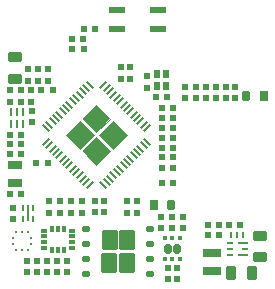
<source format=gtp>
%TF.GenerationSoftware,KiCad,Pcbnew,9.0.1*%
%TF.CreationDate,2025-12-15T21:38:02-06:00*%
%TF.ProjectId,ProtoCore_v1,50726f74-6f43-46f7-9265-5f76312e6b69,rev?*%
%TF.SameCoordinates,Original*%
%TF.FileFunction,Paste,Top*%
%TF.FilePolarity,Positive*%
%FSLAX46Y46*%
G04 Gerber Fmt 4.6, Leading zero omitted, Abs format (unit mm)*
G04 Created by KiCad (PCBNEW 9.0.1) date 2025-12-15 21:38:02*
%MOMM*%
%LPD*%
G01*
G04 APERTURE LIST*
G04 Aperture macros list*
%AMRoundRect*
0 Rectangle with rounded corners*
0 $1 Rounding radius*
0 $2 $3 $4 $5 $6 $7 $8 $9 X,Y pos of 4 corners*
0 Add a 4 corners polygon primitive as box body*
4,1,4,$2,$3,$4,$5,$6,$7,$8,$9,$2,$3,0*
0 Add four circle primitives for the rounded corners*
1,1,$1+$1,$2,$3*
1,1,$1+$1,$4,$5*
1,1,$1+$1,$6,$7*
1,1,$1+$1,$8,$9*
0 Add four rect primitives between the rounded corners*
20,1,$1+$1,$2,$3,$4,$5,0*
20,1,$1+$1,$4,$5,$6,$7,0*
20,1,$1+$1,$6,$7,$8,$9,0*
20,1,$1+$1,$8,$9,$2,$3,0*%
%AMRotRect*
0 Rectangle, with rotation*
0 The origin of the aperture is its center*
0 $1 length*
0 $2 width*
0 $3 Rotation angle, in degrees counterclockwise*
0 Add horizontal line*
21,1,$1,$2,0,0,$3*%
G04 Aperture macros list end*
%ADD10C,0.010000*%
%ADD11R,0.522000X0.657000*%
%ADD12RoundRect,0.074250X-0.173250X0.177750X-0.173250X-0.177750X0.173250X-0.177750X0.173250X0.177750X0*%
%ADD13R,0.221610X0.723698*%
%ADD14R,0.221612X0.723699*%
%ADD15R,0.218224X0.723699*%
%ADD16R,0.221608X0.723699*%
%ADD17RoundRect,0.068850X0.219150X-0.160650X0.219150X0.160650X-0.219150X0.160650X-0.219150X-0.160650X0*%
%ADD18RoundRect,0.074250X0.177750X0.173250X-0.177750X0.173250X-0.177750X-0.173250X0.177750X-0.173250X0*%
%ADD19RoundRect,0.074250X0.173250X-0.177750X0.173250X0.177750X-0.173250X0.177750X-0.173250X-0.177750X0*%
%ADD20RoundRect,0.068850X-0.219150X0.160650X-0.219150X-0.160650X0.219150X-0.160650X0.219150X0.160650X0*%
%ADD21RoundRect,0.074250X-0.177750X-0.173250X0.177750X-0.173250X0.177750X0.173250X-0.177750X0.173250X0*%
%ADD22RoundRect,0.068850X0.160650X0.219150X-0.160650X0.219150X-0.160650X-0.219150X0.160650X-0.219150X0*%
%ADD23R,1.170000X0.675000*%
%ADD24RotRect,0.756000X0.198000X315.000000*%
%ADD25RotRect,0.198000X0.756000X315.000000*%
%ADD26R,1.620000X0.720000*%
%ADD27C,0.145000*%
%ADD28RoundRect,0.250000X-0.435000X-0.615000X0.435000X-0.615000X0.435000X0.615000X-0.435000X0.615000X0*%
%ADD29RoundRect,0.112500X-0.225000X-0.112500X0.225000X-0.112500X0.225000X0.112500X-0.225000X0.112500X0*%
%ADD30RoundRect,0.111375X-0.259875X-0.304875X0.259875X-0.304875X0.259875X0.304875X-0.259875X0.304875X0*%
%ADD31RoundRect,0.111375X-0.259875X-0.316125X0.259875X-0.316125X0.259875X0.316125X-0.259875X0.316125X0*%
%ADD32RoundRect,0.111375X0.259875X0.304875X-0.259875X0.304875X-0.259875X-0.304875X0.259875X-0.304875X0*%
%ADD33RoundRect,0.111375X0.259875X0.316125X-0.259875X0.316125X-0.259875X-0.316125X0.259875X-0.316125X0*%
%ADD34RoundRect,0.068850X-0.160650X-0.219150X0.160650X-0.219150X0.160650X0.219150X-0.160650X0.219150X0*%
%ADD35RoundRect,0.121500X0.486000X-0.283500X0.486000X0.283500X-0.486000X0.283500X-0.486000X-0.283500X0*%
%ADD36RoundRect,0.078750X-0.202500X-0.078750X0.202500X-0.078750X0.202500X0.078750X-0.202500X0.078750X0*%
%ADD37RoundRect,0.078750X-0.078750X-0.202500X0.078750X-0.202500X0.078750X0.202500X-0.078750X0.202500X0*%
%ADD38RoundRect,0.049500X-0.216000X-0.198000X0.216000X-0.198000X0.216000X0.198000X-0.216000X0.198000X0*%
%ADD39R,0.180000X0.540000*%
%ADD40R,0.180000X1.440000*%
%ADD41RoundRect,0.160000X0.160000X-0.245000X0.160000X0.245000X-0.160000X0.245000X-0.160000X-0.245000X0*%
%ADD42RoundRect,0.050625X0.129375X-0.118125X0.129375X0.118125X-0.129375X0.118125X-0.129375X-0.118125X0*%
%ADD43R,0.247500X0.225000*%
%ADD44R,0.225000X0.247500*%
%ADD45RoundRect,0.121500X-0.486000X0.283500X-0.486000X-0.283500X0.486000X-0.283500X0.486000X0.283500X0*%
%ADD46RoundRect,0.121500X-0.283500X-0.486000X0.283500X-0.486000X0.283500X0.486000X-0.283500X0.486000X0*%
%ADD47R,0.585000X0.180000*%
%ADD48R,0.900000X0.180000*%
%ADD49R,0.225000X0.495000*%
%ADD50R,1.350000X0.540000*%
G04 APERTURE END LIST*
D10*
%TO.C,U1*%
X146295479Y-98665434D02*
X145128753Y-99832160D01*
X143962027Y-98665434D01*
X145128753Y-97498708D01*
X146295479Y-98665434D01*
G36*
X146295479Y-98665434D02*
G01*
X145128753Y-99832160D01*
X143962027Y-98665434D01*
X145128753Y-97498708D01*
X146295479Y-98665434D01*
G37*
X147674337Y-97286576D02*
X146507611Y-98453302D01*
X145340885Y-97286576D01*
X146507611Y-96119850D01*
X147674337Y-97286576D01*
G36*
X147674337Y-97286576D02*
G01*
X146507611Y-98453302D01*
X145340885Y-97286576D01*
X146507611Y-96119850D01*
X147674337Y-97286576D01*
G37*
X147674337Y-100044292D02*
X146507611Y-101211018D01*
X145340885Y-100044292D01*
X146507611Y-98877566D01*
X147674337Y-100044292D01*
G36*
X147674337Y-100044292D02*
G01*
X146507611Y-101211018D01*
X145340885Y-100044292D01*
X146507611Y-98877566D01*
X147674337Y-100044292D01*
G37*
X149053195Y-98665434D02*
X147886469Y-99832160D01*
X146719743Y-98665434D01*
X147886469Y-97498708D01*
X149053195Y-98665434D01*
G36*
X149053195Y-98665434D02*
G01*
X147886469Y-99832160D01*
X146719743Y-98665434D01*
X147886469Y-97498708D01*
X149053195Y-98665434D01*
G37*
%TD*%
D11*
%TO.C,Y2*%
X151650000Y-93512500D03*
X151650000Y-94512500D03*
X152350000Y-94512500D03*
X152350000Y-93512500D03*
%TD*%
D12*
%TO.C,C37*%
X143175000Y-109327500D03*
X143175000Y-110287500D03*
%TD*%
D13*
%TO.C,U4*%
X139261883Y-97775444D03*
D14*
X139761882Y-97775444D03*
D15*
X140259999Y-97775444D03*
D14*
X140261881Y-96729556D03*
X139761882Y-96729556D03*
D16*
X139261884Y-96729556D03*
%TD*%
D17*
%TO.C,R4*%
X143400000Y-105240000D03*
X143400000Y-104250000D03*
%TD*%
D18*
%TO.C,C31*%
X153025000Y-98950000D03*
X152065000Y-98950000D03*
%TD*%
D12*
%TO.C,C3*%
X150790000Y-93712500D03*
X150790000Y-94672500D03*
%TD*%
D19*
%TO.C,C26*%
X151975000Y-106575000D03*
X151975000Y-105615000D03*
%TD*%
D20*
%TO.C,R7*%
X154000000Y-94580000D03*
X154000000Y-95570000D03*
%TD*%
D12*
%TO.C,C40*%
X141469098Y-109327500D03*
X141469098Y-110287500D03*
%TD*%
D21*
%TO.C,C9*%
X152040000Y-96350000D03*
X153000000Y-96350000D03*
%TD*%
D12*
%TO.C,C25*%
X139425000Y-104825000D03*
X139425000Y-105785000D03*
%TD*%
D22*
%TO.C,R22*%
X153015000Y-98100000D03*
X152025000Y-98100000D03*
%TD*%
D17*
%TO.C,R3*%
X142475000Y-105240000D03*
X142475000Y-104250000D03*
%TD*%
D20*
%TO.C,R15*%
X139180000Y-94860000D03*
X139180000Y-95850000D03*
%TD*%
D12*
%TO.C,C11*%
X147175000Y-104265000D03*
X147175000Y-105225000D03*
%TD*%
D23*
%TO.C,Y1*%
X139625000Y-101250002D03*
X139625000Y-102700000D03*
%TD*%
D24*
%TO.C,U1*%
X145917177Y-94398045D03*
X145634334Y-94680887D03*
X145351491Y-94963730D03*
X145068649Y-95246573D03*
X144785806Y-95529415D03*
X144502963Y-95812258D03*
X144220121Y-96095101D03*
X143937278Y-96377944D03*
X143654435Y-96660786D03*
X143371592Y-96943629D03*
X143088750Y-97226472D03*
X142805907Y-97509314D03*
X142523064Y-97792157D03*
X142240222Y-98075000D03*
D25*
X142240222Y-99255868D03*
X142523064Y-99538711D03*
X142805907Y-99821554D03*
X143088750Y-100104396D03*
X143371592Y-100387239D03*
X143654435Y-100670082D03*
X143937278Y-100952924D03*
X144220121Y-101235767D03*
X144502963Y-101518610D03*
X144785806Y-101801453D03*
X145068649Y-102084295D03*
X145351491Y-102367138D03*
X145634334Y-102649981D03*
X145917177Y-102932823D03*
D24*
X147098045Y-102932823D03*
X147380888Y-102649981D03*
X147663731Y-102367138D03*
X147946573Y-102084295D03*
X148229416Y-101801453D03*
X148512259Y-101518610D03*
X148795101Y-101235767D03*
X149077944Y-100952924D03*
X149360787Y-100670082D03*
X149643630Y-100387239D03*
X149926472Y-100104396D03*
X150209315Y-99821554D03*
X150492158Y-99538711D03*
X150775000Y-99255868D03*
D25*
X150775000Y-98075000D03*
X150492158Y-97792157D03*
X150209315Y-97509314D03*
X149926472Y-97226472D03*
X149643630Y-96943629D03*
X149360787Y-96660786D03*
X149077944Y-96377944D03*
X148795101Y-96095101D03*
X148512259Y-95812258D03*
X148229416Y-95529415D03*
X147946573Y-95246573D03*
X147663731Y-94963730D03*
X147380888Y-94680887D03*
X147098045Y-94398045D03*
%TD*%
D22*
%TO.C,R13*%
X156915000Y-107175000D03*
X155925000Y-107175000D03*
%TD*%
D19*
%TO.C,C5*%
X141575000Y-94075000D03*
X141575000Y-93115000D03*
%TD*%
%TO.C,C29*%
X156650000Y-95575000D03*
X156650000Y-94615000D03*
%TD*%
D26*
%TO.C,L3*%
X156275000Y-108625001D03*
X156275000Y-110224999D03*
%TD*%
D21*
%TO.C,C13*%
X139165000Y-103675000D03*
X140125000Y-103675000D03*
%TD*%
D17*
%TO.C,R11*%
X149975000Y-105240000D03*
X149975000Y-104250000D03*
%TD*%
D19*
%TO.C,C8*%
X142400000Y-94075000D03*
X142400000Y-93115000D03*
%TD*%
D27*
%TO.C,U7*%
X154050000Y-97350000D03*
X154550000Y-97350000D03*
X155050000Y-97350000D03*
X155550000Y-97350000D03*
X156050000Y-97350000D03*
X156550000Y-97350000D03*
X157050000Y-97350000D03*
X158050000Y-97350000D03*
X158550000Y-97350000D03*
X159050000Y-97350000D03*
X159550000Y-97350000D03*
X160050000Y-97350000D03*
X160550000Y-97350000D03*
X154050000Y-97850000D03*
X154550000Y-97850000D03*
X155050000Y-97850000D03*
X155550000Y-97850000D03*
X156050000Y-97850000D03*
X156550000Y-97850000D03*
X157550000Y-97850000D03*
X158050000Y-97850000D03*
X158550000Y-97850000D03*
X159050000Y-97850000D03*
X159550000Y-97850000D03*
X160050000Y-97850000D03*
X160550000Y-97850000D03*
X154050000Y-98350000D03*
X154550000Y-98350000D03*
X155050000Y-98350000D03*
X155550000Y-98350000D03*
X156050000Y-98350000D03*
X156550000Y-98350000D03*
X157050000Y-97850000D03*
X157550000Y-97350000D03*
X157050000Y-98350000D03*
X157550000Y-98350000D03*
X158050000Y-98350000D03*
X158550000Y-98350000D03*
X159050000Y-98350000D03*
X159550000Y-98350000D03*
X160050000Y-98350000D03*
X160550000Y-98350000D03*
X154050000Y-98850000D03*
X154550000Y-98850000D03*
X155050000Y-98850000D03*
X155550000Y-98850000D03*
X159550000Y-98850000D03*
X160050000Y-98850000D03*
X160550000Y-98850000D03*
X154050000Y-99350000D03*
X154550000Y-99350000D03*
X155050000Y-99350000D03*
X156050000Y-99350000D03*
X156550000Y-99350000D03*
X157050000Y-99350000D03*
X157550000Y-99350000D03*
X158050000Y-99350000D03*
X158550000Y-99350000D03*
X159550000Y-99350000D03*
X160050000Y-99350000D03*
X160550000Y-99350000D03*
X154050000Y-99850000D03*
X154550000Y-99850000D03*
X155050000Y-99850000D03*
X156050000Y-99850000D03*
X158550000Y-99850000D03*
X159550000Y-99850000D03*
X160050000Y-99850000D03*
X160550000Y-99850000D03*
X154050000Y-100350000D03*
X154550000Y-100350000D03*
X155050000Y-100350000D03*
X156050000Y-100350000D03*
X158550000Y-100350000D03*
X159550000Y-100350000D03*
X160050000Y-100350000D03*
X160550000Y-100350000D03*
X154050000Y-100850000D03*
X154550000Y-100850000D03*
X155050000Y-100850000D03*
X156050000Y-100850000D03*
X158550000Y-100850000D03*
X159550000Y-100850000D03*
X160050000Y-100850000D03*
X160550000Y-100850000D03*
X156050000Y-101350000D03*
X158550000Y-101350000D03*
X159550000Y-101350000D03*
X160050000Y-101350000D03*
X160550000Y-101350000D03*
X154050000Y-101350000D03*
X154550000Y-101350000D03*
X155050000Y-101350000D03*
X156050000Y-101850000D03*
X156550000Y-101850000D03*
X157050000Y-101850000D03*
X157550000Y-101850000D03*
X158050000Y-101850000D03*
X158550000Y-101850000D03*
X159550000Y-101850000D03*
X160050000Y-101850000D03*
X160550000Y-101850000D03*
X159550000Y-102350000D03*
X160050000Y-102350000D03*
X160550000Y-102350000D03*
X154050000Y-102850000D03*
X154550000Y-102850000D03*
X155050000Y-102850000D03*
X155550000Y-102850000D03*
X154050000Y-102350000D03*
X154550000Y-102350000D03*
X155050000Y-102350000D03*
X156050000Y-102850000D03*
X154050000Y-101850000D03*
X154550000Y-101850000D03*
X155050000Y-101850000D03*
X156550000Y-102850000D03*
X157050000Y-102850000D03*
X157550000Y-102850000D03*
X158050000Y-102850000D03*
X158550000Y-102850000D03*
X159050000Y-102850000D03*
X159550000Y-102850000D03*
X160050000Y-102850000D03*
X160550000Y-102850000D03*
X154050000Y-103350000D03*
X154050000Y-103850000D03*
X154550000Y-103350000D03*
X155050000Y-103350000D03*
X155550000Y-103350000D03*
X156050000Y-103350000D03*
X156550000Y-103350000D03*
X157050000Y-103350000D03*
X157550000Y-103350000D03*
X158050000Y-103350000D03*
X158550000Y-103350000D03*
X159050000Y-103350000D03*
X159550000Y-103350000D03*
X160050000Y-103350000D03*
X160550000Y-103350000D03*
X154550000Y-103850000D03*
X155050000Y-103850000D03*
X155550000Y-103850000D03*
X156050000Y-103850000D03*
X156550000Y-103850000D03*
X157050000Y-103850000D03*
X157550000Y-103850000D03*
X158050000Y-103850000D03*
X158550000Y-103850000D03*
X159050000Y-103850000D03*
X159550000Y-103850000D03*
X160050000Y-103850000D03*
X160550000Y-103850000D03*
%TD*%
D18*
%TO.C,C15*%
X145400000Y-90530000D03*
X144440000Y-90530000D03*
%TD*%
D19*
%TO.C,C4*%
X140750000Y-94075000D03*
X140750000Y-93115000D03*
%TD*%
D28*
%TO.C,U6*%
X147575000Y-109525000D03*
X147625000Y-107600000D03*
X149125000Y-107575000D03*
X149125000Y-109525000D03*
D29*
X145650000Y-106645000D03*
X145650000Y-107915000D03*
X145650000Y-109185000D03*
X145650000Y-110455000D03*
X151050000Y-110455000D03*
X151050000Y-109185000D03*
X151050000Y-107915000D03*
X151050000Y-106645000D03*
%TD*%
D18*
%TO.C,C10*%
X142375000Y-101050000D03*
X141415000Y-101050000D03*
%TD*%
D12*
%TO.C,C39*%
X140619098Y-109327500D03*
X140619098Y-110287500D03*
%TD*%
D19*
%TO.C,C7*%
X149350000Y-93910000D03*
X149350000Y-92950000D03*
%TD*%
D30*
%TO.C,C27*%
X159200000Y-95337500D03*
D31*
X160675000Y-95350000D03*
%TD*%
D32*
%TO.C,C34*%
X152825000Y-104625000D03*
D33*
X151350000Y-104612500D03*
%TD*%
D18*
%TO.C,C33*%
X153025000Y-99750000D03*
X152065000Y-99750000D03*
%TD*%
D34*
%TO.C,R17*%
X152025000Y-102700000D03*
X153015000Y-102700000D03*
%TD*%
D35*
%TO.C,C1*%
X139575000Y-93900000D03*
X139575000Y-92100000D03*
%TD*%
D12*
%TO.C,C6*%
X146350000Y-104265000D03*
X146350000Y-105225000D03*
%TD*%
D21*
%TO.C,C24*%
X139160000Y-98670000D03*
X140120000Y-98670000D03*
%TD*%
%TO.C,C23*%
X139160000Y-99470000D03*
X140120000Y-99470000D03*
%TD*%
D20*
%TO.C,R9*%
X149050000Y-104250000D03*
X149050000Y-105240000D03*
%TD*%
D34*
%TO.C,R8*%
X152025000Y-101475000D03*
X153015000Y-101475000D03*
%TD*%
D12*
%TO.C,C35*%
X144025000Y-109327500D03*
X144025000Y-110287500D03*
%TD*%
D19*
%TO.C,C38*%
X157450000Y-95575000D03*
X157450000Y-94615000D03*
%TD*%
D12*
%TO.C,C22*%
X141020000Y-96600000D03*
X141020000Y-97560000D03*
%TD*%
D19*
%TO.C,C18*%
X152900000Y-106575000D03*
X152900000Y-105615000D03*
%TD*%
D36*
%TO.C,U8*%
X142087500Y-106762500D03*
X142087500Y-107262500D03*
X142087500Y-107762500D03*
X142087500Y-108262500D03*
D37*
X142750000Y-108425000D03*
X143250000Y-108425000D03*
X143750000Y-108425000D03*
D36*
X144412500Y-108262500D03*
X144412500Y-107762500D03*
X144412500Y-107262500D03*
X144412500Y-106762500D03*
D37*
X143750000Y-106600000D03*
X143250000Y-106600000D03*
X142750000Y-106600000D03*
%TD*%
D38*
%TO.C,L1*%
X141825000Y-94850000D03*
X142795000Y-94850000D03*
%TD*%
D12*
%TO.C,C21*%
X152525000Y-109915000D03*
X152525000Y-110875000D03*
%TD*%
D20*
%TO.C,R5*%
X144325000Y-104250000D03*
X144325000Y-105240000D03*
%TD*%
D12*
%TO.C,C28*%
X142319098Y-109327500D03*
X142319098Y-110287500D03*
%TD*%
D22*
%TO.C,R12*%
X156915000Y-106250000D03*
X155925000Y-106250000D03*
%TD*%
D19*
%TO.C,C12*%
X148550000Y-93910000D03*
X148550000Y-92950000D03*
%TD*%
D20*
%TO.C,R14*%
X140080000Y-94860000D03*
X140080000Y-95850000D03*
%TD*%
D39*
%TO.C,U5*%
X140300000Y-105812500D03*
D40*
X140700000Y-105312500D03*
D39*
X141100000Y-105812500D03*
X141100000Y-104812500D03*
X140300000Y-104812500D03*
%TD*%
D20*
%TO.C,R1*%
X140970000Y-94860000D03*
X140970000Y-95850000D03*
%TD*%
D18*
%TO.C,C16*%
X145410000Y-91350000D03*
X144450000Y-91350000D03*
%TD*%
D21*
%TO.C,C2*%
X139165000Y-100275000D03*
X140125000Y-100275000D03*
%TD*%
D38*
%TO.C,L2*%
X145410000Y-89700000D03*
X146380000Y-89700000D03*
%TD*%
D21*
%TO.C,C14*%
X151521250Y-95443750D03*
X152481250Y-95443750D03*
%TD*%
D41*
%TO.C,U3*%
X152525000Y-108300000D03*
X153325000Y-108300000D03*
D42*
X152275000Y-109187500D03*
X152925000Y-109187500D03*
X153575000Y-109187500D03*
X153575000Y-107412500D03*
X152925000Y-107412500D03*
X152275000Y-107412500D03*
%TD*%
D12*
%TO.C,C19*%
X153350000Y-109915000D03*
X153350000Y-110875000D03*
%TD*%
D43*
%TO.C,U10*%
X140932098Y-107925500D03*
X140932098Y-107425500D03*
D44*
X140669098Y-106913500D03*
X140169098Y-106913500D03*
X139669098Y-106913500D03*
D43*
X139406098Y-107425500D03*
X139406098Y-107925500D03*
D44*
X139669098Y-108437500D03*
X140169098Y-108437500D03*
X140669098Y-108437500D03*
%TD*%
D19*
%TO.C,C32*%
X158250000Y-95575000D03*
X158250000Y-94615000D03*
%TD*%
D22*
%TO.C,R21*%
X153015000Y-97200000D03*
X152025000Y-97200000D03*
%TD*%
D20*
%TO.C,R6*%
X145250000Y-104250000D03*
X145250000Y-105240000D03*
%TD*%
D17*
%TO.C,R20*%
X154900000Y-95575000D03*
X154900000Y-94585000D03*
%TD*%
D22*
%TO.C,R10*%
X158690000Y-106250000D03*
X157700000Y-106250000D03*
%TD*%
D45*
%TO.C,C17*%
X160350000Y-107220000D03*
X160350000Y-109020000D03*
%TD*%
D46*
%TO.C,C20*%
X157875000Y-110350000D03*
X159675000Y-110350000D03*
%TD*%
D12*
%TO.C,C30*%
X153825000Y-105615000D03*
X153825000Y-106575000D03*
%TD*%
D20*
%TO.C,R2*%
X155800000Y-94585000D03*
X155800000Y-95575000D03*
%TD*%
D34*
%TO.C,R19*%
X152025000Y-100575000D03*
X153015000Y-100575000D03*
%TD*%
D47*
%TO.C,U2*%
X157800000Y-107825000D03*
X157800000Y-108325000D03*
X157800000Y-108825000D03*
D48*
X158875000Y-108825000D03*
D47*
X159050000Y-108325000D03*
D48*
X158875000Y-107825000D03*
D49*
X158925000Y-107150000D03*
X158425000Y-107150000D03*
X157925000Y-107150000D03*
%TD*%
D50*
%TO.C,ANT1*%
X148250000Y-89700000D03*
X151750000Y-89700000D03*
X151750000Y-88100000D03*
X148250000Y-88100000D03*
%TD*%
M02*

</source>
